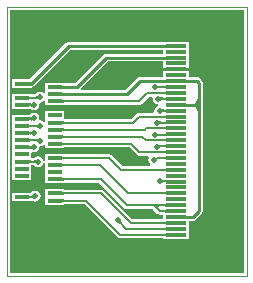
<source format=gtl>
G04*
G04 #@! TF.GenerationSoftware,Altium Limited,Altium Designer,19.1.5 (86)*
G04*
G04 Layer_Physical_Order=1*
G04 Layer_Color=255*
%FSLAX24Y24*%
%MOIN*%
G70*
G01*
G75*
%ADD10C,0.0100*%
%ADD11C,0.0039*%
%ADD13R,0.0472X0.0118*%
%ADD14R,0.0472X0.0157*%
%ADD15R,0.0709X0.0118*%
%ADD16R,0.0591X0.0787*%
%ADD21C,0.0080*%
%ADD22C,0.0200*%
G36*
X7898Y102D02*
X102D01*
Y8848D01*
X7898Y8848D01*
Y102D01*
D02*
G37*
%LPC*%
G36*
X6084Y7804D02*
X5216D01*
Y7798D01*
X2065D01*
X2015Y7788D01*
X1972Y7759D01*
X754Y6542D01*
X734D01*
X733Y6542D01*
X731Y6542D01*
X731D01*
X729Y6542D01*
X728Y6542D01*
X181D01*
Y6264D01*
X728D01*
X729Y6263D01*
X731Y6264D01*
X731D01*
X733Y6263D01*
X734Y6264D01*
X814D01*
Y6272D01*
X853Y6280D01*
X896Y6309D01*
X2120Y7533D01*
X5216D01*
Y7404D01*
X3322D01*
X3271Y7394D01*
X3228Y7365D01*
X2280Y6417D01*
X1916D01*
Y6424D01*
X1837D01*
X1835Y6424D01*
X1833Y6424D01*
X1284D01*
Y6089D01*
X1234Y6074D01*
X1230Y6080D01*
X1170Y6120D01*
X1100Y6134D01*
X1030Y6120D01*
X970Y6080D01*
X955Y6057D01*
X950Y6053D01*
X950Y6053D01*
X814D01*
Y6069D01*
X734D01*
X733Y6070D01*
X731Y6069D01*
X181D01*
Y5791D01*
Y5555D01*
X731D01*
X733Y5555D01*
X734Y5555D01*
X793D01*
X830Y5530D01*
X900Y5516D01*
X970Y5530D01*
X1030Y5570D01*
X1070Y5630D01*
X1084Y5700D01*
X1080Y5720D01*
X1100Y5766D01*
X1117Y5770D01*
X1170Y5780D01*
X1230Y5820D01*
X1234Y5826D01*
X1284Y5811D01*
Y5673D01*
X1833D01*
X1835Y5673D01*
X1837Y5673D01*
X1916D01*
Y5690D01*
X4412D01*
X4459Y5699D01*
X4499Y5726D01*
X4741Y5968D01*
X4841D01*
X4872Y5929D01*
X4866Y5900D01*
X4880Y5830D01*
X4920Y5770D01*
X4980Y5730D01*
X5030Y5721D01*
X5030Y5670D01*
X5030Y5670D01*
X4970Y5630D01*
X4930Y5570D01*
X4916Y5500D01*
X4921Y5476D01*
X4880Y5426D01*
X4403D01*
X4356Y5416D01*
X4317Y5390D01*
X4153Y5226D01*
X1916D01*
Y5479D01*
X1284D01*
Y5139D01*
X1234Y5124D01*
X1230Y5130D01*
X1170Y5170D01*
X1117Y5180D01*
X1100Y5184D01*
X1080Y5230D01*
X1084Y5250D01*
X1070Y5320D01*
X1030Y5380D01*
X970Y5420D01*
X900Y5434D01*
X830Y5420D01*
X770Y5380D01*
X757Y5361D01*
X734D01*
X733Y5361D01*
X731Y5361D01*
X181D01*
Y5083D01*
Y4610D01*
Y4138D01*
Y3665D01*
Y3193D01*
X814D01*
Y3682D01*
X906D01*
X908Y3682D01*
X910Y3681D01*
X912Y3681D01*
X913Y3680D01*
X913Y3680D01*
X914Y3679D01*
X914Y3679D01*
X920Y3670D01*
X980Y3630D01*
X1050Y3616D01*
X1120Y3630D01*
X1180Y3670D01*
X1220Y3730D01*
X1234Y3800D01*
X1220Y3870D01*
X1180Y3930D01*
X1120Y3970D01*
X1050Y3984D01*
X980Y3970D01*
X920Y3930D01*
X920Y3929D01*
X919Y3928D01*
X916Y3928D01*
X913Y3927D01*
X911Y3927D01*
X814D01*
Y4086D01*
X864Y4124D01*
X900Y4116D01*
X970Y4130D01*
X1030Y4170D01*
X1070Y4230D01*
X1078Y4270D01*
X1100Y4316D01*
X1170Y4330D01*
X1230Y4370D01*
X1234Y4376D01*
X1284Y4361D01*
Y4256D01*
X1833D01*
X1835Y4255D01*
X1837Y4256D01*
X1916D01*
Y4273D01*
X4104D01*
X4341Y4036D01*
X4381Y4009D01*
X4428Y4000D01*
X4723D01*
X4750Y3950D01*
X4730Y3920D01*
X4716Y3850D01*
X4730Y3780D01*
X4770Y3720D01*
X4795Y3704D01*
X4780Y3654D01*
X3869D01*
X3514Y4009D01*
X3474Y4035D01*
X3428Y4045D01*
X1916D01*
Y4061D01*
X1837D01*
X1835Y4062D01*
X1833Y4061D01*
X1284D01*
Y3783D01*
Y3547D01*
Y3075D01*
X1833D01*
X1835Y3074D01*
X1837Y3075D01*
X1916D01*
Y3091D01*
X3086D01*
X3913Y2264D01*
X3953Y2237D01*
X4000Y2228D01*
X4882D01*
X4887Y2203D01*
X4913Y2163D01*
X5010Y2067D01*
X5050Y2041D01*
X5096Y2031D01*
X5216D01*
Y1882D01*
X4191D01*
X3245Y2828D01*
X3205Y2854D01*
X3159Y2864D01*
X1916D01*
Y2880D01*
X1837D01*
X1835Y2881D01*
X1833Y2880D01*
X1284D01*
Y2602D01*
Y2366D01*
X1833D01*
X1835Y2366D01*
X1837Y2366D01*
X1916D01*
Y2383D01*
X2594D01*
X3697Y1280D01*
X3737Y1253D01*
X3784Y1244D01*
X5216D01*
Y1227D01*
X6084D01*
Y1424D01*
Y1824D01*
X6207D01*
X6257Y1834D01*
X6300Y1863D01*
X6494Y2056D01*
X6522Y2099D01*
X6533Y2150D01*
Y5800D01*
Y6426D01*
X6522Y6476D01*
X6494Y6519D01*
X6435Y6578D01*
X6392Y6607D01*
X6341Y6617D01*
X6084D01*
Y6820D01*
X5216D01*
Y6617D01*
X4434D01*
X4383Y6607D01*
X4340Y6578D01*
X3944Y6181D01*
X2489D01*
X2468Y6231D01*
X3377Y7139D01*
X5216D01*
Y6936D01*
X6084D01*
Y7133D01*
Y7526D01*
Y7804D01*
D02*
G37*
G36*
X950Y2834D02*
X880Y2820D01*
X820Y2780D01*
X809Y2762D01*
X734D01*
X733Y2763D01*
X731Y2762D01*
X181D01*
Y2484D01*
X731D01*
X733Y2484D01*
X734Y2484D01*
X814D01*
X814Y2484D01*
X861Y2492D01*
X865Y2491D01*
X880Y2480D01*
X950Y2466D01*
X1020Y2480D01*
X1080Y2520D01*
X1120Y2580D01*
X1134Y2650D01*
X1120Y2720D01*
X1080Y2780D01*
X1020Y2820D01*
X950Y2834D01*
D02*
G37*
%LPD*%
G36*
X733Y6459D02*
X735Y6458D01*
X739Y6457D01*
X744Y6456D01*
X750Y6455D01*
X767Y6453D01*
X803Y6453D01*
Y6353D01*
X789Y6353D01*
X744Y6350D01*
X739Y6349D01*
X735Y6348D01*
X733Y6346D01*
X733Y6345D01*
Y6461D01*
X733Y6459D01*
D02*
G37*
G36*
X1836Y6341D02*
X1839Y6340D01*
X1844Y6338D01*
X1851Y6337D01*
X1871Y6336D01*
X1935Y6335D01*
Y6235D01*
X1916Y6235D01*
X1839Y6230D01*
X1836Y6228D01*
X1835Y6227D01*
Y6342D01*
X1836Y6341D01*
D02*
G37*
G36*
Y6105D02*
X1839Y6103D01*
X1844Y6102D01*
X1851Y6101D01*
X1871Y6100D01*
X1935Y6098D01*
Y5998D01*
X1916Y5998D01*
X1839Y5993D01*
X1836Y5992D01*
X1835Y5991D01*
Y6106D01*
X1836Y6105D01*
D02*
G37*
G36*
X733Y5985D02*
X736Y5982D01*
X740Y5979D01*
X745Y5977D01*
X753Y5975D01*
X761Y5973D01*
X772Y5972D01*
X797Y5970D01*
X813Y5970D01*
Y5890D01*
X797Y5890D01*
X761Y5887D01*
X753Y5886D01*
X745Y5884D01*
X740Y5882D01*
X736Y5879D01*
X733Y5876D01*
X733Y5872D01*
Y5988D01*
X733Y5985D01*
D02*
G37*
G36*
X1044Y5867D02*
X1037Y5872D01*
X1030Y5876D01*
X1022Y5879D01*
X1014Y5882D01*
X1006Y5885D01*
X997Y5887D01*
X988Y5888D01*
X979Y5889D01*
X960Y5890D01*
X942Y5970D01*
X952Y5971D01*
X962Y5972D01*
X971Y5973D01*
X979Y5976D01*
X987Y5979D01*
X994Y5983D01*
X1000Y5987D01*
X1006Y5992D01*
X1011Y5998D01*
X1016Y6005D01*
X1044Y5867D01*
D02*
G37*
G36*
X5128Y5964D02*
X5134Y5959D01*
X5141Y5955D01*
X5148Y5951D01*
X5156Y5947D01*
X5164Y5945D01*
X5173Y5943D01*
X5182Y5941D01*
X5192Y5940D01*
X5202Y5940D01*
Y5860D01*
X5192Y5860D01*
X5182Y5859D01*
X5173Y5857D01*
X5164Y5855D01*
X5156Y5853D01*
X5148Y5849D01*
X5141Y5845D01*
X5134Y5841D01*
X5128Y5836D01*
X5121Y5830D01*
Y5970D01*
X5128Y5964D01*
D02*
G37*
G36*
X1836Y5867D02*
X1838Y5864D01*
X1842Y5861D01*
X1848Y5859D01*
X1855Y5857D01*
X1864Y5855D01*
X1874Y5854D01*
X1900Y5852D01*
X1915Y5852D01*
Y5772D01*
X1900Y5772D01*
X1864Y5769D01*
X1855Y5768D01*
X1848Y5766D01*
X1842Y5763D01*
X1838Y5761D01*
X1836Y5758D01*
X1835Y5754D01*
Y5870D01*
X1836Y5867D01*
D02*
G37*
G36*
X833Y5626D02*
X826Y5631D01*
X820Y5636D01*
X812Y5640D01*
X805Y5644D01*
X797Y5647D01*
X789Y5650D01*
X780Y5652D01*
X775Y5652D01*
X761Y5651D01*
X753Y5650D01*
X745Y5648D01*
X740Y5645D01*
X736Y5643D01*
X733Y5640D01*
X733Y5636D01*
Y5752D01*
X733Y5749D01*
X736Y5746D01*
X740Y5743D01*
X745Y5741D01*
X753Y5739D01*
X761Y5737D01*
X769Y5736D01*
X775Y5737D01*
X783Y5739D01*
X791Y5742D01*
X799Y5745D01*
X806Y5750D01*
X813Y5754D01*
X819Y5760D01*
X825Y5766D01*
X833Y5626D01*
D02*
G37*
G36*
X6450Y5800D02*
X6431Y5763D01*
X6435Y5765D01*
X6429Y5757D01*
X6404Y5708D01*
X6403Y5700D01*
X6404Y5692D01*
X6429Y5643D01*
X6435Y5635D01*
X6431Y5637D01*
X6450Y5600D01*
X6350Y5479D01*
X6349Y5499D01*
X6347Y5518D01*
X6344Y5537D01*
X6339Y5555D01*
X6332Y5572D01*
X6325Y5589D01*
X6315Y5605D01*
X6305Y5621D01*
X6293Y5636D01*
X6279Y5650D01*
X6309Y5696D01*
X6300Y5700D01*
X6309Y5704D01*
X6279Y5750D01*
X6293Y5764D01*
X6305Y5779D01*
X6315Y5795D01*
X6325Y5811D01*
X6332Y5828D01*
X6339Y5845D01*
X6344Y5863D01*
X6347Y5882D01*
X6349Y5901D01*
X6350Y5921D01*
X6450Y5800D01*
D02*
G37*
G36*
X5178Y5564D02*
X5184Y5559D01*
X5191Y5555D01*
X5198Y5551D01*
X5206Y5548D01*
X5214Y5545D01*
X5223Y5543D01*
X5232Y5541D01*
X5242Y5540D01*
X5252Y5540D01*
Y5460D01*
X5242Y5460D01*
X5232Y5459D01*
X5223Y5457D01*
X5214Y5455D01*
X5206Y5452D01*
X5198Y5449D01*
X5191Y5445D01*
X5184Y5441D01*
X5178Y5436D01*
X5171Y5430D01*
Y5570D01*
X5178Y5564D01*
D02*
G37*
G36*
X851Y5163D02*
X844Y5166D01*
X837Y5169D01*
X829Y5172D01*
X821Y5175D01*
X813Y5177D01*
X796Y5180D01*
X788Y5181D01*
X761Y5179D01*
X753Y5177D01*
X745Y5175D01*
X740Y5173D01*
X736Y5170D01*
X733Y5167D01*
X733Y5164D01*
Y5280D01*
X733Y5276D01*
X736Y5273D01*
X740Y5270D01*
X745Y5268D01*
X753Y5266D01*
X761Y5265D01*
X765Y5264D01*
X769Y5265D01*
X777Y5267D01*
X785Y5270D01*
X791Y5274D01*
X797Y5279D01*
X803Y5284D01*
X808Y5290D01*
X812Y5297D01*
X851Y5163D01*
D02*
G37*
G36*
X1836Y5158D02*
X1838Y5155D01*
X1842Y5152D01*
X1848Y5150D01*
X1855Y5148D01*
X1864Y5146D01*
X1874Y5145D01*
X1900Y5144D01*
X1915Y5144D01*
Y5064D01*
X1900Y5063D01*
X1864Y5061D01*
X1855Y5059D01*
X1848Y5057D01*
X1842Y5055D01*
X1838Y5052D01*
X1836Y5049D01*
X1835Y5046D01*
Y5161D01*
X1836Y5158D01*
D02*
G37*
G36*
X5075Y5167D02*
X5082Y5162D01*
X5089Y5157D01*
X5097Y5154D01*
X5105Y5150D01*
X5113Y5148D01*
X5122Y5146D01*
X5131Y5144D01*
X5140Y5143D01*
X5150Y5143D01*
X5153Y5063D01*
X5143Y5063D01*
X5133Y5062D01*
X5124Y5060D01*
X5116Y5058D01*
X5108Y5055D01*
X5100Y5052D01*
X5093Y5048D01*
X5086Y5043D01*
X5079Y5038D01*
X5074Y5032D01*
X5069Y5172D01*
X5075Y5167D01*
D02*
G37*
G36*
X733Y5040D02*
X736Y5037D01*
X740Y5034D01*
X745Y5032D01*
X753Y5030D01*
X761Y5028D01*
X772Y5027D01*
X797Y5026D01*
X813Y5025D01*
Y4945D01*
X797Y4945D01*
X761Y4943D01*
X753Y4941D01*
X745Y4939D01*
X740Y4937D01*
X736Y4934D01*
X733Y4931D01*
X733Y4928D01*
Y5043D01*
X733Y5040D01*
D02*
G37*
G36*
X1040Y4920D02*
X1033Y4925D01*
X1026Y4929D01*
X1018Y4933D01*
X1010Y4936D01*
X1002Y4939D01*
X994Y4941D01*
X985Y4943D01*
X976Y4944D01*
X966Y4945D01*
X956Y4945D01*
X943Y5025D01*
X953Y5026D01*
X963Y5027D01*
X972Y5028D01*
X980Y5031D01*
X988Y5034D01*
X995Y5037D01*
X1002Y5042D01*
X1008Y5047D01*
X1014Y5052D01*
X1019Y5059D01*
X1040Y4920D01*
D02*
G37*
G36*
X1836Y4922D02*
X1838Y4919D01*
X1842Y4916D01*
X1848Y4914D01*
X1855Y4912D01*
X1864Y4910D01*
X1874Y4909D01*
X1900Y4908D01*
X1915Y4907D01*
Y4827D01*
X1900Y4827D01*
X1864Y4824D01*
X1855Y4823D01*
X1848Y4821D01*
X1842Y4819D01*
X1838Y4816D01*
X1836Y4813D01*
X1835Y4809D01*
Y4925D01*
X1836Y4922D01*
D02*
G37*
G36*
X829Y4679D02*
X823Y4685D01*
X816Y4690D01*
X809Y4695D01*
X802Y4698D01*
X794Y4702D01*
X786Y4704D01*
X777Y4707D01*
X773Y4707D01*
X761Y4706D01*
X753Y4705D01*
X745Y4703D01*
X740Y4700D01*
X736Y4698D01*
X733Y4695D01*
X733Y4691D01*
Y4807D01*
X733Y4804D01*
X736Y4801D01*
X740Y4798D01*
X745Y4796D01*
X753Y4794D01*
X761Y4792D01*
X771Y4791D01*
X777Y4792D01*
X785Y4794D01*
X793Y4797D01*
X801Y4800D01*
X809Y4804D01*
X816Y4809D01*
X822Y4814D01*
X828Y4819D01*
X829Y4679D01*
D02*
G37*
G36*
X1836Y4686D02*
X1838Y4683D01*
X1842Y4680D01*
X1848Y4678D01*
X1855Y4676D01*
X1864Y4674D01*
X1874Y4673D01*
X1900Y4671D01*
X1915Y4671D01*
Y4591D01*
X1900Y4591D01*
X1864Y4588D01*
X1855Y4587D01*
X1848Y4585D01*
X1842Y4582D01*
X1838Y4580D01*
X1836Y4577D01*
X1835Y4573D01*
Y4689D01*
X1836Y4686D01*
D02*
G37*
G36*
X733Y4567D02*
X736Y4564D01*
X740Y4562D01*
X745Y4559D01*
X753Y4557D01*
X761Y4556D01*
X772Y4555D01*
X797Y4553D01*
X813Y4553D01*
Y4473D01*
X797Y4473D01*
X761Y4470D01*
X753Y4469D01*
X745Y4467D01*
X740Y4464D01*
X736Y4462D01*
X733Y4459D01*
X733Y4455D01*
Y4571D01*
X733Y4567D01*
D02*
G37*
G36*
X1836Y4449D02*
X1838Y4446D01*
X1842Y4444D01*
X1848Y4441D01*
X1855Y4439D01*
X1864Y4438D01*
X1874Y4436D01*
X1900Y4435D01*
X1915Y4435D01*
Y4355D01*
X1900Y4355D01*
X1864Y4352D01*
X1855Y4350D01*
X1848Y4348D01*
X1842Y4346D01*
X1838Y4343D01*
X1836Y4340D01*
X1835Y4337D01*
Y4453D01*
X1836Y4449D01*
D02*
G37*
G36*
X847Y4215D02*
X840Y4219D01*
X833Y4223D01*
X825Y4226D01*
X817Y4229D01*
X809Y4231D01*
X800Y4233D01*
X791Y4235D01*
X783Y4236D01*
X761Y4234D01*
X753Y4232D01*
X745Y4230D01*
X740Y4228D01*
X736Y4225D01*
X733Y4222D01*
X733Y4219D01*
Y4335D01*
X733Y4331D01*
X736Y4328D01*
X740Y4326D01*
X745Y4323D01*
X753Y4321D01*
X761Y4320D01*
X766Y4319D01*
X770Y4320D01*
X778Y4322D01*
X786Y4325D01*
X793Y4329D01*
X799Y4334D01*
X805Y4339D01*
X810Y4345D01*
X814Y4351D01*
X847Y4215D01*
D02*
G37*
G36*
X1836Y3977D02*
X1838Y3974D01*
X1842Y3971D01*
X1848Y3969D01*
X1855Y3967D01*
X1864Y3965D01*
X1874Y3964D01*
X1900Y3963D01*
X1915Y3962D01*
Y3882D01*
X1900Y3882D01*
X1864Y3880D01*
X1855Y3878D01*
X1848Y3876D01*
X1842Y3874D01*
X1838Y3871D01*
X1836Y3868D01*
X1835Y3865D01*
Y3980D01*
X1836Y3977D01*
D02*
G37*
G36*
X733Y3859D02*
X736Y3856D01*
X740Y3853D01*
X745Y3851D01*
X753Y3849D01*
X761Y3847D01*
X772Y3846D01*
X797Y3845D01*
X813Y3844D01*
Y3764D01*
X797Y3764D01*
X761Y3761D01*
X753Y3760D01*
X745Y3758D01*
X740Y3756D01*
X736Y3753D01*
X733Y3750D01*
X733Y3746D01*
Y3862D01*
X733Y3859D01*
D02*
G37*
G36*
X976Y3733D02*
X970Y3739D01*
X963Y3744D01*
X957Y3749D01*
X950Y3753D01*
X942Y3757D01*
X934Y3759D01*
X925Y3762D01*
X916Y3763D01*
X907Y3764D01*
X897Y3764D01*
X900Y3844D01*
X910Y3845D01*
X920Y3845D01*
X929Y3847D01*
X938Y3849D01*
X946Y3851D01*
X954Y3855D01*
X961Y3858D01*
X969Y3863D01*
X975Y3868D01*
X982Y3873D01*
X976Y3733D01*
D02*
G37*
G36*
X1836Y3741D02*
X1838Y3738D01*
X1842Y3735D01*
X1848Y3733D01*
X1855Y3731D01*
X1864Y3729D01*
X1874Y3728D01*
X1900Y3726D01*
X1915Y3726D01*
Y3646D01*
X1900Y3646D01*
X1864Y3643D01*
X1855Y3642D01*
X1848Y3640D01*
X1842Y3637D01*
X1838Y3635D01*
X1836Y3632D01*
X1835Y3628D01*
Y3744D01*
X1836Y3741D01*
D02*
G37*
G36*
Y3268D02*
X1838Y3265D01*
X1842Y3263D01*
X1848Y3260D01*
X1855Y3258D01*
X1864Y3257D01*
X1874Y3255D01*
X1900Y3254D01*
X1915Y3254D01*
Y3174D01*
X1900Y3174D01*
X1864Y3171D01*
X1855Y3169D01*
X1848Y3167D01*
X1842Y3165D01*
X1838Y3162D01*
X1836Y3159D01*
X1835Y3156D01*
Y3272D01*
X1836Y3268D01*
D02*
G37*
G36*
X5178Y3214D02*
X5184Y3209D01*
X5191Y3205D01*
X5198Y3201D01*
X5206Y3198D01*
X5214Y3195D01*
X5223Y3193D01*
X5232Y3191D01*
X5242Y3190D01*
X5252Y3190D01*
Y3110D01*
X5242Y3110D01*
X5232Y3109D01*
X5223Y3107D01*
X5214Y3105D01*
X5206Y3103D01*
X5198Y3099D01*
X5191Y3095D01*
X5184Y3091D01*
X5178Y3086D01*
X5171Y3080D01*
Y3220D01*
X5178Y3214D01*
D02*
G37*
G36*
X1836Y2796D02*
X1838Y2793D01*
X1842Y2790D01*
X1848Y2788D01*
X1855Y2786D01*
X1864Y2784D01*
X1874Y2783D01*
X1900Y2782D01*
X1915Y2781D01*
Y2701D01*
X1900Y2701D01*
X1864Y2698D01*
X1855Y2697D01*
X1848Y2695D01*
X1842Y2693D01*
X1838Y2690D01*
X1836Y2687D01*
X1835Y2683D01*
Y2799D01*
X1836Y2796D01*
D02*
G37*
G36*
Y2560D02*
X1838Y2557D01*
X1842Y2554D01*
X1848Y2552D01*
X1855Y2550D01*
X1864Y2548D01*
X1874Y2547D01*
X1900Y2545D01*
X1915Y2545D01*
Y2465D01*
X1900Y2465D01*
X1864Y2462D01*
X1855Y2461D01*
X1848Y2459D01*
X1842Y2456D01*
X1838Y2454D01*
X1836Y2451D01*
X1835Y2447D01*
Y2563D01*
X1836Y2560D01*
D02*
G37*
G36*
X5297Y2293D02*
X5296Y2296D01*
X5294Y2299D01*
X5290Y2302D01*
X5284Y2304D01*
X5277Y2306D01*
X5268Y2308D01*
X5258Y2309D01*
X5232Y2310D01*
X5217Y2310D01*
Y2390D01*
X5232Y2391D01*
X5268Y2393D01*
X5277Y2395D01*
X5284Y2397D01*
X5290Y2399D01*
X5294Y2402D01*
X5296Y2405D01*
X5297Y2408D01*
Y2293D01*
D02*
G37*
G36*
X5120Y2310D02*
X5105Y2310D01*
X5091Y2308D01*
X5079Y2305D01*
X5069Y2301D01*
X5060Y2295D01*
X5053Y2289D01*
X5047Y2281D01*
X5043Y2272D01*
X5041Y2261D01*
X5040Y2250D01*
X4960D01*
X4959Y2261D01*
X4957Y2272D01*
X4953Y2281D01*
X4947Y2289D01*
X4940Y2295D01*
X4931Y2301D01*
X4921Y2305D01*
X4909Y2308D01*
X4895Y2310D01*
X4880Y2310D01*
X5000Y2390D01*
X5120Y2310D01*
D02*
G37*
G36*
X5297Y2096D02*
X5296Y2099D01*
X5294Y2102D01*
X5290Y2105D01*
X5284Y2107D01*
X5277Y2109D01*
X5268Y2111D01*
X5258Y2112D01*
X5232Y2113D01*
X5217Y2114D01*
Y2194D01*
X5232Y2194D01*
X5268Y2196D01*
X5277Y2198D01*
X5284Y2200D01*
X5290Y2202D01*
X5294Y2205D01*
X5296Y2208D01*
X5297Y2211D01*
Y2096D01*
D02*
G37*
G36*
X3800Y1841D02*
X3801Y1832D01*
X3803Y1824D01*
X3805Y1816D01*
X3809Y1809D01*
X3813Y1801D01*
X3817Y1793D01*
X3823Y1786D01*
X3829Y1778D01*
X3836Y1771D01*
X3779Y1714D01*
X3772Y1721D01*
X3764Y1727D01*
X3757Y1733D01*
X3749Y1737D01*
X3741Y1741D01*
X3734Y1745D01*
X3726Y1747D01*
X3718Y1749D01*
X3709Y1750D01*
X3701Y1750D01*
X3800Y1849D01*
X3800Y1841D01*
D02*
G37*
G36*
X900Y2563D02*
X893Y2567D01*
X886Y2571D01*
X878Y2574D01*
X870Y2576D01*
X862Y2578D01*
X853Y2580D01*
X835Y2582D01*
X825Y2583D01*
X816Y2583D01*
X813Y2593D01*
Y2583D01*
X797Y2583D01*
X761Y2580D01*
X753Y2579D01*
X745Y2577D01*
X740Y2574D01*
X736Y2572D01*
X733Y2569D01*
X733Y2565D01*
Y2681D01*
X733Y2678D01*
X736Y2675D01*
X740Y2672D01*
X745Y2670D01*
X753Y2668D01*
X761Y2666D01*
X772Y2665D01*
X797Y2663D01*
X801Y2664D01*
X810Y2665D01*
X819Y2666D01*
X827Y2669D01*
X835Y2672D01*
X842Y2676D01*
X848Y2680D01*
X853Y2686D01*
X858Y2692D01*
X862Y2698D01*
X900Y2563D01*
D02*
G37*
D10*
X2065Y7665D02*
X5650D01*
X803Y6403D02*
X2065Y7665D01*
X498Y6403D02*
X803D01*
X6297Y5703D02*
X6400Y5600D01*
Y5800D02*
Y6426D01*
Y2150D02*
Y5800D01*
X6207Y1957D02*
X6400Y2150D01*
X5650Y1957D02*
X6207D01*
X5650Y5697D02*
X6297D01*
X6400Y5800D01*
X6341Y6484D02*
X6400Y6426D01*
X5650Y6484D02*
X6341D01*
X4434D02*
X5650D01*
X3998Y6048D02*
X4434Y6484D01*
X1600Y6048D02*
X3998D01*
X2335Y6285D02*
X3322Y7272D01*
X5650D01*
X1600Y6285D02*
X2335D01*
D11*
X0Y0D02*
X8000D01*
Y8950D01*
X0D02*
X8000D01*
X0Y8950D02*
X0Y8950D01*
X0Y0D02*
Y8950D01*
D13*
X498Y6403D02*
D03*
Y6167D02*
D03*
Y5930D02*
D03*
Y5694D02*
D03*
Y5458D02*
D03*
Y5222D02*
D03*
Y4985D02*
D03*
Y4749D02*
D03*
Y4513D02*
D03*
Y4277D02*
D03*
Y4041D02*
D03*
Y3804D02*
D03*
Y3568D02*
D03*
Y3332D02*
D03*
Y3096D02*
D03*
Y2859D02*
D03*
Y2623D02*
D03*
Y2387D02*
D03*
Y2151D02*
D03*
Y1915D02*
D03*
X1600Y2033D02*
D03*
Y2269D02*
D03*
Y2505D02*
D03*
Y2741D02*
D03*
Y2978D02*
D03*
Y3214D02*
D03*
Y3450D02*
D03*
Y3686D02*
D03*
Y3922D02*
D03*
Y4159D02*
D03*
Y4395D02*
D03*
Y4631D02*
D03*
Y4867D02*
D03*
Y5104D02*
D03*
Y5340D02*
D03*
Y5576D02*
D03*
Y5812D02*
D03*
Y6048D02*
D03*
Y6285D02*
D03*
D14*
X498Y6678D02*
D03*
Y1639D02*
D03*
D15*
X5650Y1366D02*
D03*
Y1563D02*
D03*
Y1760D02*
D03*
Y1957D02*
D03*
Y2154D02*
D03*
Y2350D02*
D03*
Y2547D02*
D03*
Y2744D02*
D03*
Y2941D02*
D03*
Y3138D02*
D03*
Y3335D02*
D03*
Y3532D02*
D03*
Y3728D02*
D03*
Y3925D02*
D03*
Y4122D02*
D03*
Y4319D02*
D03*
Y4516D02*
D03*
Y4713D02*
D03*
Y4909D02*
D03*
Y5106D02*
D03*
Y5303D02*
D03*
Y5500D02*
D03*
Y5697D02*
D03*
Y5894D02*
D03*
Y6090D02*
D03*
Y6287D02*
D03*
Y6484D02*
D03*
Y6681D02*
D03*
Y6878D02*
D03*
Y7075D02*
D03*
Y7272D02*
D03*
Y7469D02*
D03*
Y7665D02*
D03*
D16*
X6615Y8335D02*
D03*
Y697D02*
D03*
D21*
X3819Y3532D02*
X5650D01*
X3428Y3922D02*
X3819Y3532D01*
X1600Y3922D02*
X3428D01*
X4950Y6300D02*
X5637D01*
X5650Y6287D01*
X5050Y5900D02*
X5644D01*
X5650Y5894D01*
X5100Y5500D02*
X5650D01*
X1991Y4159D02*
X2000Y4150D01*
X1600Y4159D02*
X1991D01*
X1226Y5576D02*
X1600D01*
X1108Y5458D02*
X1226Y5576D01*
X1080Y5930D02*
X1100Y5950D01*
X5000Y5100D02*
X5003Y5103D01*
X5647D01*
X5650Y5106D01*
X4950Y4700D02*
X5637D01*
X5650Y4713D01*
X1600Y4395D02*
X4155D01*
X4428Y4122D01*
X5000Y4300D02*
X5009Y4309D01*
X5641D01*
X5650Y4319D01*
X4900Y3850D02*
X4932D01*
X5008Y3925D01*
X5650D01*
X5100Y3150D02*
X5638D01*
X5650Y3138D01*
X2068Y2100D02*
X2100D01*
X2000Y2033D02*
X2068Y2100D01*
X1600Y2033D02*
X2000D01*
X2100Y2100D02*
Y2222D01*
X2053Y2269D02*
X2100Y2222D01*
X1600Y2269D02*
X2053D01*
X950Y2150D02*
X950Y2150D01*
X498Y2150D02*
X950D01*
X498Y2151D02*
X498Y2150D01*
X865Y1915D02*
X927Y1977D01*
Y2127D01*
X950Y2150D01*
X498Y1915D02*
X865D01*
X950Y2150D02*
Y2291D01*
X854Y2387D02*
X950Y2291D01*
X498Y2387D02*
X854D01*
X849Y2859D02*
X896Y2906D01*
Y3096D01*
X498Y2859D02*
X849D01*
X498Y3096D02*
X896D01*
X923Y2623D02*
X950Y2650D01*
X498Y2623D02*
X923D01*
X1046Y3804D02*
X1050Y3800D01*
X498Y3804D02*
X1046D01*
X877Y4277D02*
X900Y4300D01*
X498Y4277D02*
X877D01*
X1087Y4513D02*
X1100Y4500D01*
X498Y4513D02*
X1087D01*
X899Y4749D02*
X900Y4750D01*
X498Y4749D02*
X899D01*
X1085Y4985D02*
X1100Y5000D01*
X498Y4985D02*
X1085D01*
X878Y5222D02*
X900Y5200D01*
X498Y5222D02*
X878D01*
X498Y5458D02*
X1108D01*
X894Y5694D02*
X900Y5700D01*
X498Y5694D02*
X894D01*
X498Y5930D02*
X1080D01*
X867Y6167D02*
X900Y6200D01*
X498Y6167D02*
X867D01*
X3987Y1563D02*
X5650D01*
X3700Y1850D02*
X3987Y1563D01*
X1600Y2741D02*
X3159D01*
X4140Y1760D01*
X5650D01*
X3784Y1366D02*
X5650D01*
X2645Y2505D02*
X3784Y1366D01*
X1600Y2505D02*
X2645D01*
X2222Y2978D02*
X2250Y2950D01*
X1600Y2978D02*
X2222D01*
X5000Y2350D02*
X5650D01*
X4000D02*
X5000D01*
Y2250D02*
Y2350D01*
Y2250D02*
X5096Y2154D01*
X5650D01*
X3136Y3214D02*
X4000Y2350D01*
X1600Y3214D02*
X3136D01*
X4056Y2744D02*
X5650D01*
X3114Y3686D02*
X4056Y2744D01*
X1600Y3686D02*
X3114D01*
X4428Y4122D02*
X5650D01*
X4634Y4516D02*
X5650D01*
X4519Y4631D02*
X4634Y4516D01*
X1600Y4631D02*
X4519D01*
X1600Y4867D02*
X4600D01*
X4642Y4909D01*
X5650D01*
X4403Y5303D02*
X5650D01*
X4204Y5104D02*
X4403Y5303D01*
X1600Y5104D02*
X4204D01*
X2326Y5576D02*
X2350Y5600D01*
X1600Y5576D02*
X2326D01*
X4412Y5812D02*
X4690Y6090D01*
X5650D01*
X1600Y5812D02*
X4412D01*
D22*
X4400Y450D02*
D03*
X3600D02*
D03*
X2600Y500D02*
D03*
X1650D02*
D03*
X600D02*
D03*
X5200Y8400D02*
D03*
X4400D02*
D03*
X3450D02*
D03*
X2400D02*
D03*
X1550D02*
D03*
X900D02*
D03*
X7000Y4100D02*
D03*
X6950Y4850D02*
D03*
X7250Y5200D02*
D03*
X7300Y4500D02*
D03*
Y3800D02*
D03*
X3950Y4100D02*
D03*
X3750Y5500D02*
D03*
X6300Y7550D02*
D03*
Y6800D02*
D03*
X4650Y6950D02*
D03*
X4050D02*
D03*
X3450D02*
D03*
X4700Y2050D02*
D03*
X4300D02*
D03*
X200Y5450D02*
D03*
X4950Y6300D02*
D03*
X5050Y5900D02*
D03*
X5100Y5500D02*
D03*
X1100Y5950D02*
D03*
X1167Y5517D02*
D03*
X5000Y5100D02*
D03*
X4950Y4700D02*
D03*
X2000Y4150D02*
D03*
X5000Y4300D02*
D03*
X4900Y3850D02*
D03*
X5100Y3150D02*
D03*
X2100Y2100D02*
D03*
X950Y2150D02*
D03*
X900Y3100D02*
D03*
X950Y2650D02*
D03*
X1050Y3800D02*
D03*
X900Y4300D02*
D03*
X1100Y4500D02*
D03*
X900Y4750D02*
D03*
X1100Y5000D02*
D03*
X900Y5250D02*
D03*
Y5700D02*
D03*
Y6200D02*
D03*
X3700Y1850D02*
D03*
X2250Y2950D02*
D03*
X2350Y5600D02*
D03*
M02*

</source>
